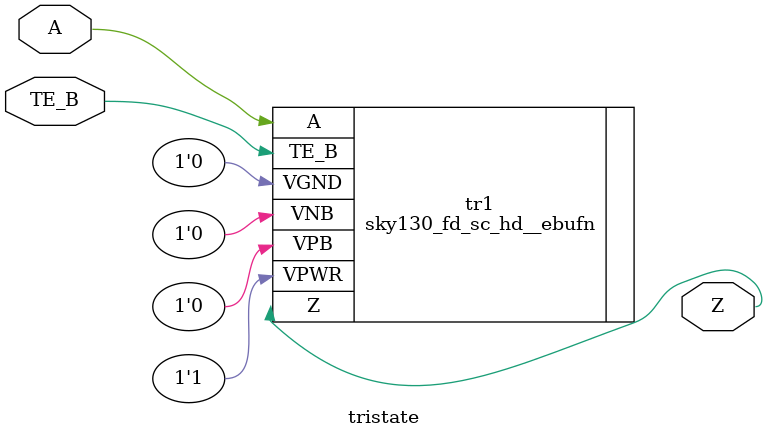
<source format=v>
`default_nettype none
`timescale 1ns/1ns
`ifdef COCTB
`include "/home/andres/asic_tools/pdk/sky130A/libs.ref/sky130_fd_sc_hd/verilog/primiives.v"
`include "/home/andres/asic_tools/pdk/sky130A/libs.ref/sky130_fd_sc_hd/verilog/sky130_fd_sc_hd.v"
`endif

module tristate(
    input  A   ,
    input  TE_B,
    output Z  
    );

wire OUT1;

sky130_fd_sc_hd__ebufn tr1(
    .Z(Z)   ,
    .A (A)  ,
    .TE_B(TE_B),
    .VPWR(1'b1),
    .VGND(1'b0),
    .VPB(1'b0) ,
    .VNB(1'b0)
);





endmodule

</source>
